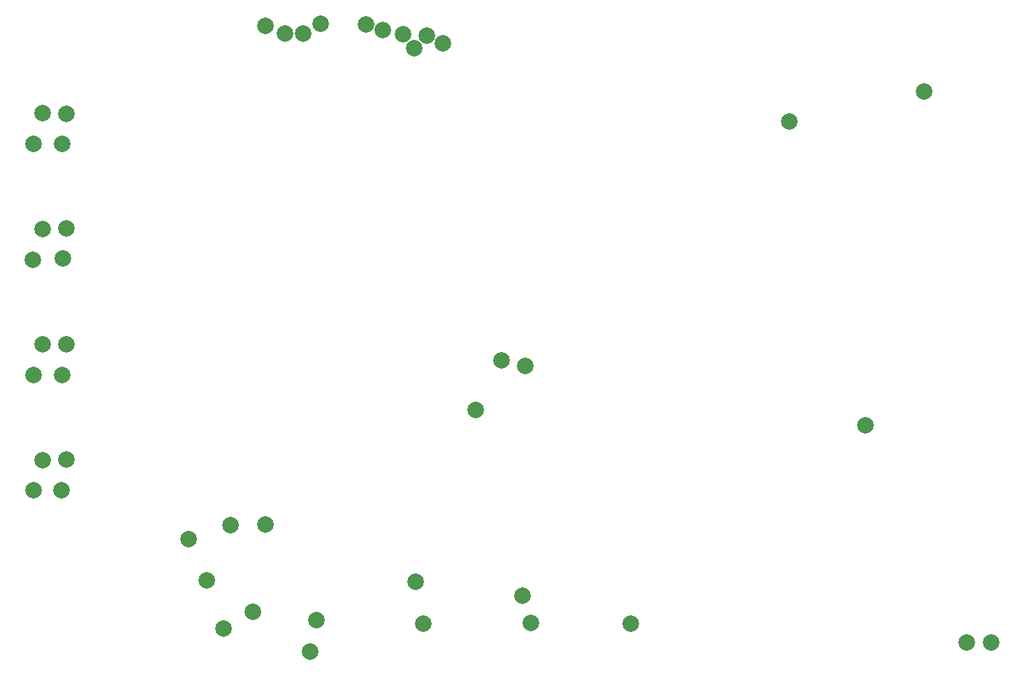
<source format=gbr>
%TF.GenerationSoftware,KiCad,Pcbnew,(6.0.10)*%
%TF.CreationDate,2023-02-14T14:37:58+00:00*%
%TF.ProjectId,Coverboard,436f7665-7262-46f6-9172-642e6b696361,rev?*%
%TF.SameCoordinates,Original*%
%TF.FileFunction,Copper,L2,Bot*%
%TF.FilePolarity,Positive*%
%FSLAX46Y46*%
G04 Gerber Fmt 4.6, Leading zero omitted, Abs format (unit mm)*
G04 Created by KiCad (PCBNEW (6.0.10)) date 2023-02-14 14:37:58*
%MOMM*%
%LPD*%
G01*
G04 APERTURE LIST*
%TA.AperFunction,ComponentPad*%
%ADD10C,2.000000*%
%TD*%
G04 APERTURE END LIST*
D10*
%TO.P,H18,1,1*%
%TO.N,unconnected-(H18-Pad1)*%
X110689975Y-132409975D03*
%TD*%
%TO.P,H5,1,1*%
%TO.N,unconnected-(H5-Pad1)*%
X128854323Y-62380000D03*
%TD*%
%TO.P,H45,1,1*%
%TO.N,unconnected-(H45-Pad1)*%
X143660000Y-102590000D03*
%TD*%
%TO.P,H3,1,1*%
%TO.N,unconnected-(H3-Pad1)*%
X84110000Y-103690000D03*
%TD*%
%TO.P,H27,1,1*%
%TO.N,unconnected-(H27-Pad1)*%
X85210000Y-113990000D03*
%TD*%
%TO.P,H9,1,1*%
%TO.N,unconnected-(H9-Pad1)*%
X130240014Y-64110001D03*
%TD*%
%TO.P,H47,1,1*%
%TO.N,unconnected-(H47-Pad1)*%
X88060000Y-113940000D03*
%TD*%
%TO.P,H10,1,1*%
%TO.N,unconnected-(H10-Pad1)*%
X192060000Y-69290000D03*
%TD*%
%TO.P,H46,1,1*%
%TO.N,unconnected-(H46-Pad1)*%
X87460000Y-117690000D03*
%TD*%
%TO.P,H40,1,1*%
%TO.N,unconnected-(H40-Pad1)*%
X130360000Y-128740000D03*
%TD*%
%TO.P,H44,1,1*%
%TO.N,unconnected-(H44-Pad1)*%
X102899987Y-123559999D03*
%TD*%
%TO.P,H39,1,1*%
%TO.N,unconnected-(H39-Pad1)*%
X200160000Y-136140000D03*
%TD*%
%TO.P,H12,1,1*%
%TO.N,unconnected-(H12-Pad1)*%
X114529982Y-62280031D03*
%TD*%
%TO.P,H2,1,1*%
%TO.N,unconnected-(H2-Pad1)*%
X143310000Y-130490000D03*
%TD*%
%TO.P,H26,1,1*%
%TO.N,unconnected-(H26-Pad1)*%
X118360000Y-133390000D03*
%TD*%
%TO.P,H17,1,1*%
%TO.N,unconnected-(H17-Pad1)*%
X87510000Y-103690000D03*
%TD*%
%TO.P,H43,1,1*%
%TO.N,unconnected-(H43-Pad1)*%
X107968652Y-121874320D03*
%TD*%
%TO.P,H6,1,1*%
%TO.N,unconnected-(H6-Pad1)*%
X88060000Y-85940000D03*
%TD*%
%TO.P,H14,1,1*%
%TO.N,unconnected-(H14-Pad1)*%
X88060000Y-99990000D03*
%TD*%
%TO.P,H35,1,1*%
%TO.N,unconnected-(H35-Pad1)*%
X105038598Y-128617851D03*
%TD*%
%TO.P,H8,1,1*%
%TO.N,unconnected-(H8-Pad1)*%
X184910000Y-109790000D03*
%TD*%
%TO.P,H23,1,1*%
%TO.N,unconnected-(H23-Pad1)*%
X124330031Y-61159999D03*
%TD*%
%TO.P,H21,1,1*%
%TO.N,unconnected-(H21-Pad1)*%
X197210000Y-136140000D03*
%TD*%
%TO.P,H15,1,1*%
%TO.N,unconnected-(H15-Pad1)*%
X117610000Y-137240000D03*
%TD*%
%TO.P,H4,1,1*%
%TO.N,unconnected-(H4-Pad1)*%
X85210000Y-71990000D03*
%TD*%
%TO.P,H38,1,1*%
%TO.N,unconnected-(H38-Pad1)*%
X83960000Y-89690000D03*
%TD*%
%TO.P,H33,1,1*%
%TO.N,unconnected-(H33-Pad1)*%
X84110000Y-117690000D03*
%TD*%
%TO.P,H30,1,1*%
%TO.N,unconnected-(H30-Pad1)*%
X85210000Y-99990000D03*
%TD*%
%TO.P,H13,1,1*%
%TO.N,unconnected-(H13-Pad1)*%
X85210000Y-85990000D03*
%TD*%
%TO.P,H42,1,1*%
%TO.N,unconnected-(H42-Pad1)*%
X88060000Y-72040000D03*
%TD*%
%TO.P,H1,1,1*%
%TO.N,unconnected-(H1-Pad1)*%
X116719994Y-62309989D03*
%TD*%
%TO.P,H11,1,1*%
%TO.N,unconnected-(H11-Pad1)*%
X156460000Y-133840000D03*
%TD*%
%TO.P,H32,1,1*%
%TO.N,unconnected-(H32-Pad1)*%
X175660000Y-72990000D03*
%TD*%
%TO.P,H24,1,1*%
%TO.N,unconnected-(H24-Pad1)*%
X84110000Y-75690000D03*
%TD*%
%TO.P,H29,1,1*%
%TO.N,unconnected-(H29-Pad1)*%
X112204970Y-121830019D03*
%TD*%
%TO.P,H41,1,1*%
%TO.N,unconnected-(H41-Pad1)*%
X144360000Y-133790000D03*
%TD*%
%TO.P,H28,1,1*%
%TO.N,unconnected-(H28-Pad1)*%
X133649987Y-63449977D03*
%TD*%
%TO.P,H16,1,1*%
%TO.N,unconnected-(H16-Pad1)*%
X140760000Y-101890000D03*
%TD*%
%TO.P,H19,1,1*%
%TO.N,unconnected-(H19-Pad1)*%
X126430016Y-61870011D03*
%TD*%
%TO.P,H34,1,1*%
%TO.N,unconnected-(H34-Pad1)*%
X131762109Y-62550000D03*
%TD*%
%TO.P,H25,1,1*%
%TO.N,unconnected-(H25-Pad1)*%
X87610000Y-89590000D03*
%TD*%
%TO.P,H31,1,1*%
%TO.N,unconnected-(H31-Pad1)*%
X112169997Y-61350001D03*
%TD*%
%TO.P,H7,1,1*%
%TO.N,unconnected-(H7-Pad1)*%
X118830000Y-61150000D03*
%TD*%
%TO.P,H37,1,1*%
%TO.N,unconnected-(H37-Pad1)*%
X87560000Y-75690000D03*
%TD*%
%TO.P,H36,1,1*%
%TO.N,unconnected-(H36-Pad1)*%
X131310000Y-133840000D03*
%TD*%
%TO.P,H20,1,1*%
%TO.N,unconnected-(H20-Pad1)*%
X107109999Y-134435023D03*
%TD*%
%TO.P,H22,1,1*%
%TO.N,unconnected-(H22-Pad1)*%
X137660000Y-107940000D03*
%TD*%
M02*

</source>
